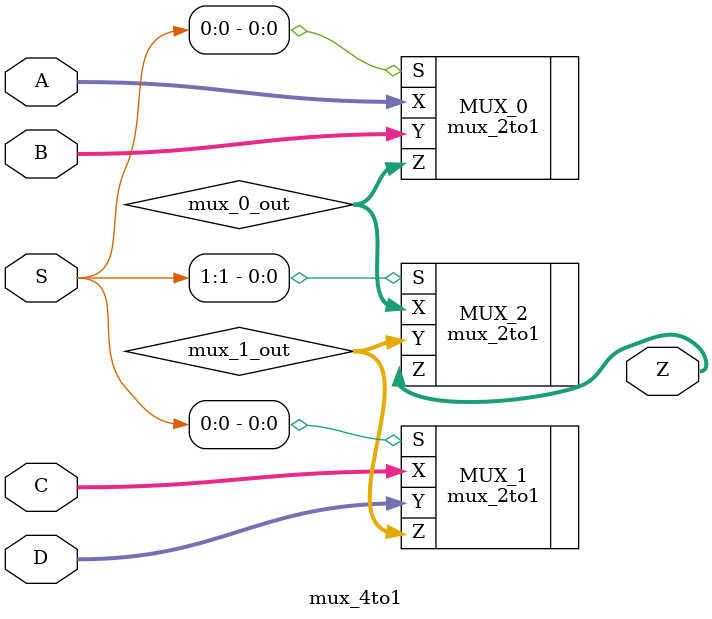
<source format=v>
`timescale 1ns / 1ps
`default_nettype none
module mux_4to1(A, B, C, D, S, Z);
	// parameter definitions
	parameter WIDTH = 8;
	
	//port definitions
	input wire [(WIDTH - 1):0] A, B, C, D;
	input wire [1:0] S;
	output wire [(WIDTH-1):0] Z;

	// instantiate module's hardware
	wire [(WIDTH - 1):0] mux_0_out, mux_1_out;

	mux_2to1 #(.N(WIDTH)) MUX_0 (.X(A), .Y(B), .S(S[0]), .Z(mux_0_out));
	mux_2to1 #(.N(WIDTH)) MUX_1 (.X(C), .Y(D), .S(S[0]), .Z(mux_1_out));
	mux_2to1 #(.N(WIDTH)) MUX_2 (.X(mux_0_out), .Y(mux_1_out), .S(S[1]), .Z(Z));

endmodule
`default_nettype wire

</source>
